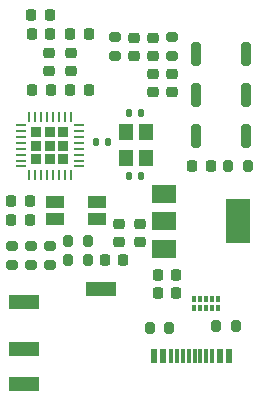
<source format=gtp>
%TF.GenerationSoftware,KiCad,Pcbnew,7.0.2-6a45011f42~172~ubuntu22.04.1*%
%TF.CreationDate,2023-05-14T19:46:31+02:00*%
%TF.ProjectId,PowerMeter,506f7765-724d-4657-9465-722e6b696361,rev?*%
%TF.SameCoordinates,Original*%
%TF.FileFunction,Paste,Top*%
%TF.FilePolarity,Positive*%
%FSLAX46Y46*%
G04 Gerber Fmt 4.6, Leading zero omitted, Abs format (unit mm)*
G04 Created by KiCad (PCBNEW 7.0.2-6a45011f42~172~ubuntu22.04.1) date 2023-05-14 19:46:31*
%MOMM*%
%LPD*%
G01*
G04 APERTURE LIST*
G04 Aperture macros list*
%AMRoundRect*
0 Rectangle with rounded corners*
0 $1 Rounding radius*
0 $2 $3 $4 $5 $6 $7 $8 $9 X,Y pos of 4 corners*
0 Add a 4 corners polygon primitive as box body*
4,1,4,$2,$3,$4,$5,$6,$7,$8,$9,$2,$3,0*
0 Add four circle primitives for the rounded corners*
1,1,$1+$1,$2,$3*
1,1,$1+$1,$4,$5*
1,1,$1+$1,$6,$7*
1,1,$1+$1,$8,$9*
0 Add four rect primitives between the rounded corners*
20,1,$1+$1,$2,$3,$4,$5,0*
20,1,$1+$1,$4,$5,$6,$7,0*
20,1,$1+$1,$6,$7,$8,$9,0*
20,1,$1+$1,$8,$9,$2,$3,0*%
G04 Aperture macros list end*
%ADD10R,1.500000X1.000000*%
%ADD11RoundRect,0.225000X0.250000X-0.225000X0.250000X0.225000X-0.250000X0.225000X-0.250000X-0.225000X0*%
%ADD12RoundRect,0.200000X-0.275000X0.200000X-0.275000X-0.200000X0.275000X-0.200000X0.275000X0.200000X0*%
%ADD13RoundRect,0.200000X-0.200000X-0.800000X0.200000X-0.800000X0.200000X0.800000X-0.200000X0.800000X0*%
%ADD14RoundRect,0.200000X-0.200000X-0.275000X0.200000X-0.275000X0.200000X0.275000X-0.200000X0.275000X0*%
%ADD15RoundRect,0.225000X0.225000X0.250000X-0.225000X0.250000X-0.225000X-0.250000X0.225000X-0.250000X0*%
%ADD16RoundRect,0.200000X0.200000X0.275000X-0.200000X0.275000X-0.200000X-0.275000X0.200000X-0.275000X0*%
%ADD17R,2.000000X1.500000*%
%ADD18R,2.000000X3.800000*%
%ADD19RoundRect,0.225000X-0.250000X0.225000X-0.250000X-0.225000X0.250000X-0.225000X0.250000X0.225000X0*%
%ADD20RoundRect,0.225000X-0.225000X-0.250000X0.225000X-0.250000X0.225000X0.250000X-0.225000X0.250000X0*%
%ADD21RoundRect,0.218750X0.256250X-0.218750X0.256250X0.218750X-0.256250X0.218750X-0.256250X-0.218750X0*%
%ADD22RoundRect,0.135000X0.135000X0.185000X-0.135000X0.185000X-0.135000X-0.185000X0.135000X-0.185000X0*%
%ADD23RoundRect,0.140000X-0.140000X-0.170000X0.140000X-0.170000X0.140000X0.170000X-0.140000X0.170000X0*%
%ADD24R,0.300000X0.550000*%
%ADD25R,0.400000X0.550000*%
%ADD26RoundRect,0.140000X0.140000X0.170000X-0.140000X0.170000X-0.140000X-0.170000X0.140000X-0.170000X0*%
%ADD27R,0.600000X1.160000*%
%ADD28R,0.300000X1.160000*%
%ADD29R,1.200000X1.400000*%
%ADD30R,2.500000X1.200000*%
%ADD31RoundRect,0.232500X-0.232500X0.232500X-0.232500X-0.232500X0.232500X-0.232500X0.232500X0.232500X0*%
%ADD32RoundRect,0.062500X-0.062500X0.375000X-0.062500X-0.375000X0.062500X-0.375000X0.062500X0.375000X0*%
%ADD33RoundRect,0.062500X-0.375000X0.062500X-0.375000X-0.062500X0.375000X-0.062500X0.375000X0.062500X0*%
%ADD34RoundRect,0.218750X-0.256250X0.218750X-0.256250X-0.218750X0.256250X-0.218750X0.256250X0.218750X0*%
G04 APERTURE END LIST*
D10*
%TO.C,D2*%
X78670000Y-94000000D03*
X78670000Y-95400000D03*
X82170000Y-95400000D03*
X82170000Y-94000000D03*
%TD*%
D11*
%TO.C,C6*%
X85360000Y-81585000D03*
X85360000Y-80035000D03*
%TD*%
D12*
%TO.C,R2*%
X83760000Y-79985000D03*
X83760000Y-81635000D03*
%TD*%
D13*
%TO.C,SW2*%
X90620000Y-84900000D03*
X94820000Y-84900000D03*
%TD*%
D14*
%TO.C,R4*%
X92295000Y-104500000D03*
X93945000Y-104500000D03*
%TD*%
D13*
%TO.C,SW1*%
X90620000Y-81400000D03*
X94820000Y-81400000D03*
%TD*%
D11*
%TO.C,C12*%
X88560000Y-84685000D03*
X88560000Y-83135000D03*
%TD*%
D15*
%TO.C,C8*%
X78220000Y-79700000D03*
X76670000Y-79700000D03*
%TD*%
D16*
%TO.C,R10*%
X81420000Y-98900000D03*
X79770000Y-98900000D03*
%TD*%
D17*
%TO.C,U2*%
X87870000Y-93300000D03*
X87870000Y-95600000D03*
D18*
X94170000Y-95600000D03*
D17*
X87870000Y-97900000D03*
%TD*%
D19*
%TO.C,C15*%
X84080000Y-95800000D03*
X84080000Y-97350000D03*
%TD*%
D20*
%TO.C,C18*%
X90285000Y-90910000D03*
X91835000Y-90910000D03*
%TD*%
D15*
%TO.C,C13*%
X76520000Y-95500000D03*
X74970000Y-95500000D03*
%TD*%
D21*
%TO.C,L1*%
X78120000Y-82900000D03*
X78120000Y-81325000D03*
%TD*%
D15*
%TO.C,C9*%
X78195000Y-78100000D03*
X76645000Y-78100000D03*
%TD*%
D22*
%TO.C,R1*%
X83130000Y-88900000D03*
X82110000Y-88900000D03*
%TD*%
D14*
%TO.C,R11*%
X79770000Y-97300000D03*
X81420000Y-97300000D03*
%TD*%
D20*
%TO.C,C14*%
X87345000Y-100100000D03*
X88895000Y-100100000D03*
%TD*%
D12*
%TO.C,R3*%
X88560000Y-79985000D03*
X88560000Y-81635000D03*
%TD*%
D15*
%TO.C,C10*%
X76520000Y-93900000D03*
X74970000Y-93900000D03*
%TD*%
D23*
%TO.C,C4*%
X84960000Y-86400000D03*
X85920000Y-86400000D03*
%TD*%
D20*
%TO.C,C17*%
X87345000Y-101700000D03*
X88895000Y-101700000D03*
%TD*%
%TO.C,C2*%
X79945000Y-84512500D03*
X81495000Y-84512500D03*
%TD*%
%TO.C,C19*%
X82870000Y-98900000D03*
X84420000Y-98900000D03*
%TD*%
D16*
%TO.C,R5*%
X88345000Y-104600000D03*
X86695000Y-104600000D03*
%TD*%
D12*
%TO.C,R9*%
X75020000Y-97675000D03*
X75020000Y-99325000D03*
%TD*%
D16*
%TO.C,R6*%
X94985000Y-90910000D03*
X93335000Y-90910000D03*
%TD*%
D19*
%TO.C,C16*%
X85820000Y-95800000D03*
X85820000Y-97350000D03*
%TD*%
D24*
%TO.C,U3*%
X90453884Y-102925000D03*
X90953884Y-102925000D03*
D25*
X91453884Y-102925000D03*
D24*
X91953884Y-102925000D03*
X92453884Y-102925000D03*
X92453884Y-102155000D03*
X91953884Y-102155000D03*
D25*
X91453884Y-102155000D03*
D24*
X90953884Y-102155000D03*
X90453884Y-102155000D03*
%TD*%
D15*
%TO.C,C7*%
X78295000Y-84512500D03*
X76745000Y-84512500D03*
%TD*%
D26*
%TO.C,C3*%
X85920000Y-91800000D03*
X84960000Y-91800000D03*
%TD*%
D27*
%TO.C,J2*%
X87020000Y-107015000D03*
X87820000Y-107015000D03*
D28*
X88970000Y-107015000D03*
X89970000Y-107015000D03*
X90470000Y-107015000D03*
X91470000Y-107015000D03*
D27*
X92620000Y-107015000D03*
X93420000Y-107015000D03*
X93420000Y-107015000D03*
X92620000Y-107015000D03*
D28*
X91970000Y-107015000D03*
X90970000Y-107015000D03*
X89470000Y-107015000D03*
X88470000Y-107015000D03*
D27*
X87820000Y-107015000D03*
X87020000Y-107015000D03*
%TD*%
D13*
%TO.C,SW3*%
X90620000Y-88400000D03*
X94820000Y-88400000D03*
%TD*%
D11*
%TO.C,C5*%
X86960000Y-81585000D03*
X86960000Y-80035000D03*
%TD*%
%TO.C,C11*%
X86960000Y-84685000D03*
X86960000Y-83135000D03*
%TD*%
D12*
%TO.C,R7*%
X78220000Y-97675000D03*
X78220000Y-99325000D03*
%TD*%
D29*
%TO.C,Y2*%
X86370000Y-90200000D03*
X86370000Y-88000000D03*
X84670000Y-88000000D03*
X84670000Y-90200000D03*
%TD*%
D30*
%TO.C,J3*%
X76070000Y-106400000D03*
X76070000Y-109400000D03*
X82570000Y-101300000D03*
X76070000Y-102400000D03*
%TD*%
D20*
%TO.C,C1*%
X79945000Y-79712500D03*
X81495000Y-79712500D03*
%TD*%
D31*
%TO.C,U1*%
X79370000Y-88050000D03*
X78220000Y-88050000D03*
X77070000Y-88050000D03*
X79370000Y-89200000D03*
X78220000Y-89200000D03*
X77070000Y-89200000D03*
X79370000Y-90350000D03*
X78220000Y-90350000D03*
X77070000Y-90350000D03*
D32*
X79970000Y-86762500D03*
X79470000Y-86762500D03*
X78970000Y-86762500D03*
X78470000Y-86762500D03*
X77970000Y-86762500D03*
X77470000Y-86762500D03*
X76970000Y-86762500D03*
X76470000Y-86762500D03*
D33*
X75782500Y-87450000D03*
X75782500Y-87950000D03*
X75782500Y-88450000D03*
X75782500Y-88950000D03*
X75782500Y-89450000D03*
X75782500Y-89950000D03*
X75782500Y-90450000D03*
X75782500Y-90950000D03*
D32*
X76470000Y-91637500D03*
X76970000Y-91637500D03*
X77470000Y-91637500D03*
X77970000Y-91637500D03*
X78470000Y-91637500D03*
X78970000Y-91637500D03*
X79470000Y-91637500D03*
X79970000Y-91637500D03*
D33*
X80657500Y-90950000D03*
X80657500Y-90450000D03*
X80657500Y-89950000D03*
X80657500Y-89450000D03*
X80657500Y-88950000D03*
X80657500Y-88450000D03*
X80657500Y-87950000D03*
X80657500Y-87450000D03*
%TD*%
D12*
%TO.C,R8*%
X76620000Y-97675000D03*
X76620000Y-99325000D03*
%TD*%
D34*
%TO.C,L2*%
X80020000Y-81325000D03*
X80020000Y-82900000D03*
%TD*%
M02*

</source>
